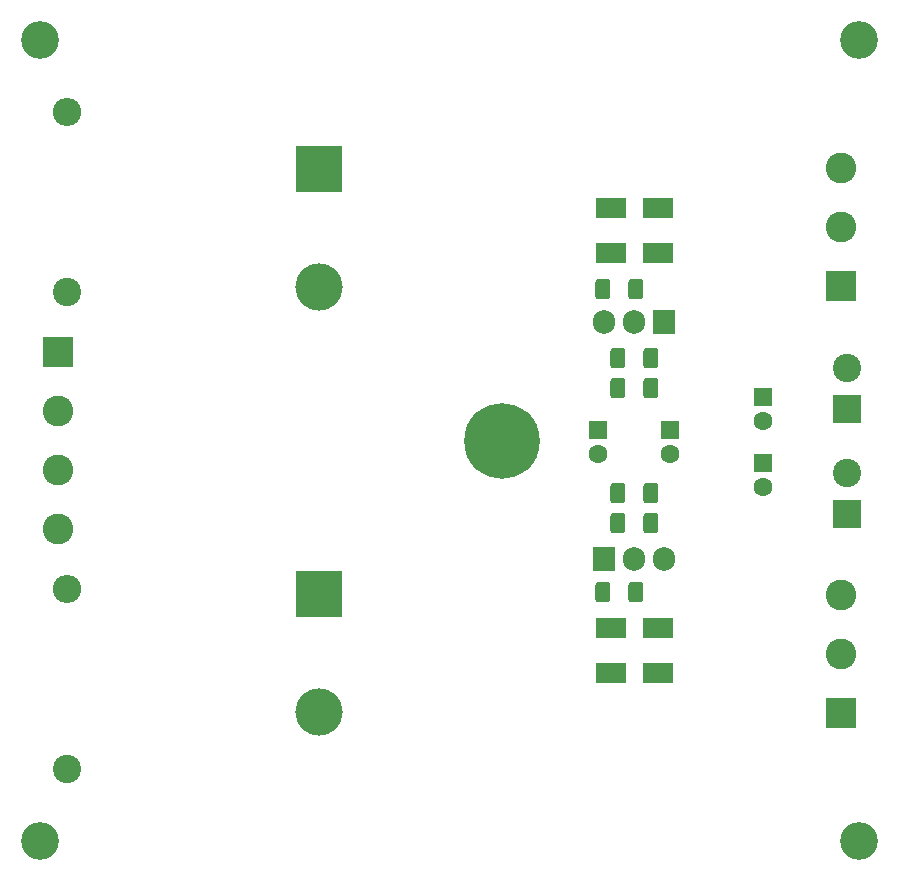
<source format=gbr>
G04 #@! TF.GenerationSoftware,KiCad,Pcbnew,5.1.9*
G04 #@! TF.CreationDate,2021-04-19T04:00:47-04:00*
G04 #@! TF.ProjectId,lm3886_psu,6c6d3338-3836-45f7-9073-752e6b696361,rev?*
G04 #@! TF.SameCoordinates,Original*
G04 #@! TF.FileFunction,Soldermask,Bot*
G04 #@! TF.FilePolarity,Negative*
%FSLAX46Y46*%
G04 Gerber Fmt 4.6, Leading zero omitted, Abs format (unit mm)*
G04 Created by KiCad (PCBNEW 5.1.9) date 2021-04-19 04:00:47*
%MOMM*%
%LPD*%
G01*
G04 APERTURE LIST*
%ADD10C,0.800000*%
%ADD11C,6.400000*%
%ADD12C,1.600000*%
%ADD13R,1.600000X1.600000*%
%ADD14C,3.200000*%
%ADD15O,2.400000X2.400000*%
%ADD16C,2.400000*%
%ADD17O,1.905000X2.000000*%
%ADD18R,1.905000X2.000000*%
%ADD19R,2.400000X2.400000*%
%ADD20C,2.600000*%
%ADD21R,2.600000X2.600000*%
%ADD22R,2.500000X1.800000*%
%ADD23C,4.000000*%
%ADD24R,4.000000X4.000000*%
G04 APERTURE END LIST*
D10*
X123109056Y-88599944D03*
X121412000Y-87897000D03*
X119714944Y-88599944D03*
X119012000Y-90297000D03*
X119714944Y-91994056D03*
X121412000Y-92697000D03*
X123109056Y-91994056D03*
X123812000Y-90297000D03*
D11*
X121412000Y-90297000D03*
D12*
X143510000Y-94202000D03*
D13*
X143510000Y-92202000D03*
D12*
X143510000Y-88614000D03*
D13*
X143510000Y-86614000D03*
D12*
X129540000Y-91408000D03*
D13*
X129540000Y-89408000D03*
D12*
X135636000Y-91408000D03*
D13*
X135636000Y-89408000D03*
G36*
G01*
X129293000Y-103749000D02*
X129293000Y-102499000D01*
G75*
G02*
X129543000Y-102249000I250000J0D01*
G01*
X130293000Y-102249000D01*
G75*
G02*
X130543000Y-102499000I0J-250000D01*
G01*
X130543000Y-103749000D01*
G75*
G02*
X130293000Y-103999000I-250000J0D01*
G01*
X129543000Y-103999000D01*
G75*
G02*
X129293000Y-103749000I0J250000D01*
G01*
G37*
G36*
G01*
X132093000Y-103749000D02*
X132093000Y-102499000D01*
G75*
G02*
X132343000Y-102249000I250000J0D01*
G01*
X133093000Y-102249000D01*
G75*
G02*
X133343000Y-102499000I0J-250000D01*
G01*
X133343000Y-103749000D01*
G75*
G02*
X133093000Y-103999000I-250000J0D01*
G01*
X132343000Y-103999000D01*
G75*
G02*
X132093000Y-103749000I0J250000D01*
G01*
G37*
G36*
G01*
X130543000Y-76845000D02*
X130543000Y-78095000D01*
G75*
G02*
X130293000Y-78345000I-250000J0D01*
G01*
X129543000Y-78345000D01*
G75*
G02*
X129293000Y-78095000I0J250000D01*
G01*
X129293000Y-76845000D01*
G75*
G02*
X129543000Y-76595000I250000J0D01*
G01*
X130293000Y-76595000D01*
G75*
G02*
X130543000Y-76845000I0J-250000D01*
G01*
G37*
G36*
G01*
X133343000Y-76845000D02*
X133343000Y-78095000D01*
G75*
G02*
X133093000Y-78345000I-250000J0D01*
G01*
X132343000Y-78345000D01*
G75*
G02*
X132093000Y-78095000I0J250000D01*
G01*
X132093000Y-76845000D01*
G75*
G02*
X132343000Y-76595000I250000J0D01*
G01*
X133093000Y-76595000D01*
G75*
G02*
X133343000Y-76845000I0J-250000D01*
G01*
G37*
D14*
X82296000Y-124206000D03*
X151638000Y-124206000D03*
X151638000Y-56388000D03*
X82296000Y-56388000D03*
D15*
X84582000Y-102870000D03*
D16*
X84582000Y-118110000D03*
D15*
X84582000Y-62484000D03*
D16*
X84582000Y-77724000D03*
D17*
X135128000Y-100330000D03*
X132588000Y-100330000D03*
D18*
X130048000Y-100330000D03*
D17*
X130048000Y-80264000D03*
X132588000Y-80264000D03*
D18*
X135128000Y-80264000D03*
G36*
G01*
X133363000Y-97907000D02*
X133363000Y-96657000D01*
G75*
G02*
X133613000Y-96407000I250000J0D01*
G01*
X134363000Y-96407000D01*
G75*
G02*
X134613000Y-96657000I0J-250000D01*
G01*
X134613000Y-97907000D01*
G75*
G02*
X134363000Y-98157000I-250000J0D01*
G01*
X133613000Y-98157000D01*
G75*
G02*
X133363000Y-97907000I0J250000D01*
G01*
G37*
G36*
G01*
X130563000Y-97907000D02*
X130563000Y-96657000D01*
G75*
G02*
X130813000Y-96407000I250000J0D01*
G01*
X131563000Y-96407000D01*
G75*
G02*
X131813000Y-96657000I0J-250000D01*
G01*
X131813000Y-97907000D01*
G75*
G02*
X131563000Y-98157000I-250000J0D01*
G01*
X130813000Y-98157000D01*
G75*
G02*
X130563000Y-97907000I0J250000D01*
G01*
G37*
G36*
G01*
X133363000Y-83937000D02*
X133363000Y-82687000D01*
G75*
G02*
X133613000Y-82437000I250000J0D01*
G01*
X134363000Y-82437000D01*
G75*
G02*
X134613000Y-82687000I0J-250000D01*
G01*
X134613000Y-83937000D01*
G75*
G02*
X134363000Y-84187000I-250000J0D01*
G01*
X133613000Y-84187000D01*
G75*
G02*
X133363000Y-83937000I0J250000D01*
G01*
G37*
G36*
G01*
X130563000Y-83937000D02*
X130563000Y-82687000D01*
G75*
G02*
X130813000Y-82437000I250000J0D01*
G01*
X131563000Y-82437000D01*
G75*
G02*
X131813000Y-82687000I0J-250000D01*
G01*
X131813000Y-83937000D01*
G75*
G02*
X131563000Y-84187000I-250000J0D01*
G01*
X130813000Y-84187000D01*
G75*
G02*
X130563000Y-83937000I0J250000D01*
G01*
G37*
G36*
G01*
X131813000Y-94117000D02*
X131813000Y-95367000D01*
G75*
G02*
X131563000Y-95617000I-250000J0D01*
G01*
X130813000Y-95617000D01*
G75*
G02*
X130563000Y-95367000I0J250000D01*
G01*
X130563000Y-94117000D01*
G75*
G02*
X130813000Y-93867000I250000J0D01*
G01*
X131563000Y-93867000D01*
G75*
G02*
X131813000Y-94117000I0J-250000D01*
G01*
G37*
G36*
G01*
X134613000Y-94117000D02*
X134613000Y-95367000D01*
G75*
G02*
X134363000Y-95617000I-250000J0D01*
G01*
X133613000Y-95617000D01*
G75*
G02*
X133363000Y-95367000I0J250000D01*
G01*
X133363000Y-94117000D01*
G75*
G02*
X133613000Y-93867000I250000J0D01*
G01*
X134363000Y-93867000D01*
G75*
G02*
X134613000Y-94117000I0J-250000D01*
G01*
G37*
G36*
G01*
X131813000Y-85227000D02*
X131813000Y-86477000D01*
G75*
G02*
X131563000Y-86727000I-250000J0D01*
G01*
X130813000Y-86727000D01*
G75*
G02*
X130563000Y-86477000I0J250000D01*
G01*
X130563000Y-85227000D01*
G75*
G02*
X130813000Y-84977000I250000J0D01*
G01*
X131563000Y-84977000D01*
G75*
G02*
X131813000Y-85227000I0J-250000D01*
G01*
G37*
G36*
G01*
X134613000Y-85227000D02*
X134613000Y-86477000D01*
G75*
G02*
X134363000Y-86727000I-250000J0D01*
G01*
X133613000Y-86727000D01*
G75*
G02*
X133363000Y-86477000I0J250000D01*
G01*
X133363000Y-85227000D01*
G75*
G02*
X133613000Y-84977000I250000J0D01*
G01*
X134363000Y-84977000D01*
G75*
G02*
X134613000Y-85227000I0J-250000D01*
G01*
G37*
D16*
X150622000Y-93020000D03*
D19*
X150622000Y-96520000D03*
D16*
X150622000Y-84130000D03*
D19*
X150622000Y-87630000D03*
D20*
X150114000Y-103378000D03*
X150114000Y-108378000D03*
D21*
X150114000Y-113378000D03*
D20*
X150114000Y-67216000D03*
X150114000Y-72216000D03*
D21*
X150114000Y-77216000D03*
D20*
X83820000Y-97804000D03*
X83820000Y-92804000D03*
X83820000Y-87804000D03*
D21*
X83820000Y-82804000D03*
D22*
X130588000Y-109982000D03*
X134588000Y-109982000D03*
X134588000Y-70612000D03*
X130588000Y-70612000D03*
X134588000Y-106172000D03*
X130588000Y-106172000D03*
X134588000Y-74422000D03*
X130588000Y-74422000D03*
D23*
X105918000Y-113284000D03*
D24*
X105918000Y-103284000D03*
D23*
X105918000Y-77310000D03*
D24*
X105918000Y-67310000D03*
M02*

</source>
